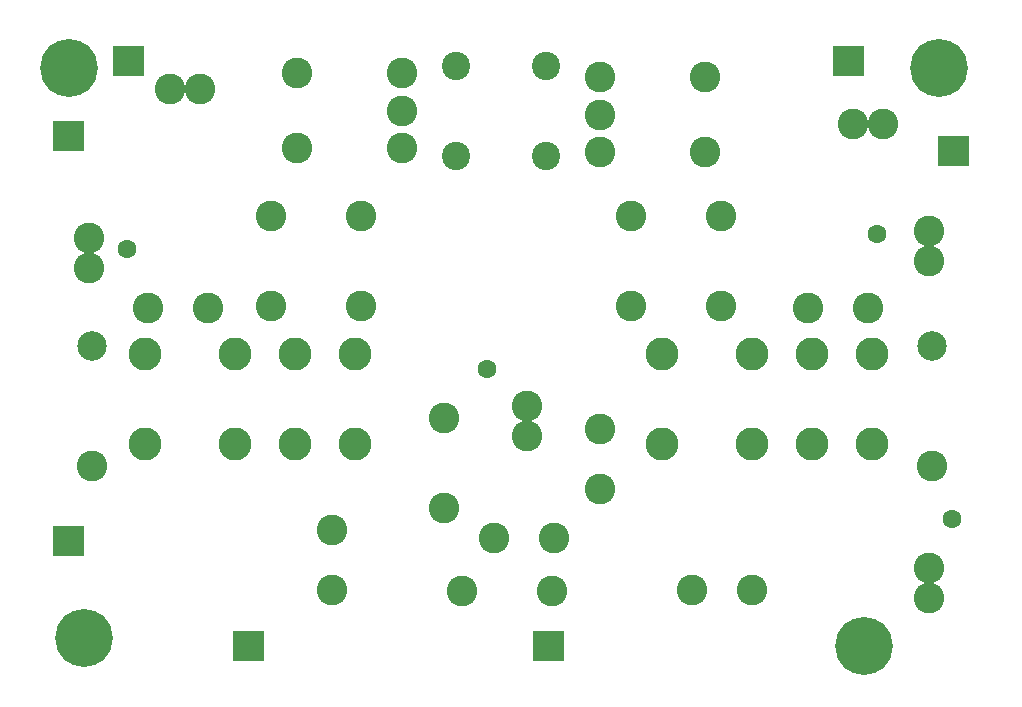
<source format=gbr>
%FSLAX34Y34*%
%MOMM*%
%LNSOLDERMASK_TOP*%
G71*
G01*
%ADD10C,2.600*%
%ADD11C,2.600*%
%ADD12C,2.400*%
%ADD13C,2.500*%
%ADD14C,2.800*%
%ADD15C,1.600*%
%ADD16C,4.900*%
%LPD*%
X196267Y390766D02*
G54D10*
D03*
X196217Y314516D02*
G54D10*
D03*
X196267Y390766D02*
G54D11*
D03*
X272458Y390692D02*
G54D10*
D03*
X196208Y390742D02*
G54D10*
D03*
X272458Y390692D02*
G54D11*
D03*
X272458Y390692D02*
G54D10*
D03*
X272408Y314442D02*
G54D10*
D03*
X272458Y390692D02*
G54D11*
D03*
X501067Y390766D02*
G54D10*
D03*
X501017Y314516D02*
G54D10*
D03*
X501067Y390766D02*
G54D11*
D03*
X577258Y390692D02*
G54D10*
D03*
X501008Y390742D02*
G54D10*
D03*
X577258Y390692D02*
G54D11*
D03*
X577258Y390692D02*
G54D10*
D03*
X577208Y314442D02*
G54D10*
D03*
X577258Y390692D02*
G54D11*
D03*
X41723Y371761D02*
G54D10*
D03*
X41723Y346361D02*
G54D10*
D03*
X752923Y378111D02*
G54D10*
D03*
X752923Y352711D02*
G54D10*
D03*
X429073Y441611D02*
G54D12*
D03*
X429073Y517811D02*
G54D12*
D03*
X352873Y517811D02*
G54D12*
D03*
X352873Y441611D02*
G54D12*
D03*
X217850Y511373D02*
G54D10*
D03*
X217850Y447873D02*
G54D10*
D03*
X306750Y511373D02*
G54D10*
D03*
X306750Y479623D02*
G54D10*
D03*
X306750Y447873D02*
G54D10*
D03*
X563290Y444580D02*
G54D10*
D03*
X563290Y508080D02*
G54D10*
D03*
X474390Y444580D02*
G54D10*
D03*
X474390Y476330D02*
G54D10*
D03*
X474390Y508080D02*
G54D10*
D03*
X412750Y229450D02*
G54D10*
D03*
X412750Y204050D02*
G54D10*
D03*
X247650Y124550D02*
G54D10*
D03*
X247650Y73750D02*
G54D10*
D03*
X552450Y73750D02*
G54D10*
D03*
X603250Y73750D02*
G54D10*
D03*
X342317Y219316D02*
G54D10*
D03*
X342267Y143066D02*
G54D10*
D03*
X342317Y219316D02*
G54D11*
D03*
X474330Y210302D02*
G54D10*
D03*
X474443Y159321D02*
G54D10*
D03*
X474331Y210302D02*
G54D11*
D03*
X435603Y117874D02*
G54D10*
D03*
X384622Y117761D02*
G54D10*
D03*
X435603Y117874D02*
G54D11*
D03*
X433815Y73138D02*
G54D10*
D03*
X357566Y73188D02*
G54D10*
D03*
X433815Y73139D02*
G54D11*
D03*
X752923Y92361D02*
G54D10*
D03*
X752923Y66961D02*
G54D10*
D03*
X44450Y178650D02*
G54D13*
D03*
X44450Y280250D02*
G54D13*
D03*
X89285Y197935D02*
G54D14*
D03*
X89285Y274135D02*
G54D14*
D03*
X165485Y197935D02*
G54D14*
D03*
X216285Y197935D02*
G54D14*
D03*
X267085Y197935D02*
G54D14*
D03*
X165485Y274135D02*
G54D14*
D03*
X216285Y274135D02*
G54D14*
D03*
X267085Y274135D02*
G54D14*
D03*
X142709Y312825D02*
G54D10*
D03*
X91729Y312713D02*
G54D10*
D03*
X527050Y197700D02*
G54D14*
D03*
X527050Y273900D02*
G54D14*
D03*
X603250Y197700D02*
G54D14*
D03*
X654050Y197700D02*
G54D14*
D03*
X704850Y197700D02*
G54D14*
D03*
X603250Y273900D02*
G54D14*
D03*
X654050Y273900D02*
G54D14*
D03*
X704850Y273900D02*
G54D14*
D03*
X755650Y178650D02*
G54D13*
D03*
X755650Y280250D02*
G54D13*
D03*
X701510Y312825D02*
G54D10*
D03*
X650529Y312713D02*
G54D10*
D03*
X110309Y497922D02*
G54D10*
D03*
X135809Y497922D02*
G54D10*
D03*
X713913Y468625D02*
G54D10*
D03*
X688413Y468625D02*
G54D10*
D03*
X142709Y312825D02*
G54D10*
D03*
X44450Y178650D02*
G54D10*
D03*
X755650Y178650D02*
G54D10*
D03*
X650529Y312713D02*
G54D10*
D03*
X89285Y197935D02*
G54D10*
D03*
X603250Y197700D02*
G54D10*
D03*
X527050Y197700D02*
G54D10*
D03*
X73800Y362510D02*
G54D15*
D03*
X708800Y375210D02*
G54D15*
D03*
X772300Y133910D02*
G54D15*
D03*
X378600Y260910D02*
G54D15*
D03*
X37234Y32979D02*
G54D16*
D03*
G36*
X163934Y39679D02*
X189934Y39679D01*
X189934Y13679D01*
X163934Y13679D01*
X163934Y39679D01*
G37*
X697634Y26629D02*
G54D16*
D03*
X761134Y515579D02*
G54D16*
D03*
X24534Y515579D02*
G54D16*
D03*
G36*
X417934Y39679D02*
X443934Y39679D01*
X443934Y13679D01*
X417934Y13679D01*
X417934Y39679D01*
G37*
G36*
X11534Y128579D02*
X37534Y128579D01*
X37534Y102579D01*
X11534Y102579D01*
X11534Y128579D01*
G37*
G36*
X11534Y471479D02*
X37534Y471479D01*
X37534Y445479D01*
X11534Y445479D01*
X11534Y471479D01*
G37*
G36*
X671934Y534979D02*
X697934Y534979D01*
X697934Y508979D01*
X671934Y508979D01*
X671934Y534979D01*
G37*
G36*
X760834Y458779D02*
X786834Y458779D01*
X786834Y432779D01*
X760834Y432779D01*
X760834Y458779D01*
G37*
G36*
X62334Y534979D02*
X88334Y534979D01*
X88334Y508979D01*
X62334Y508979D01*
X62334Y534979D01*
G37*
M02*

</source>
